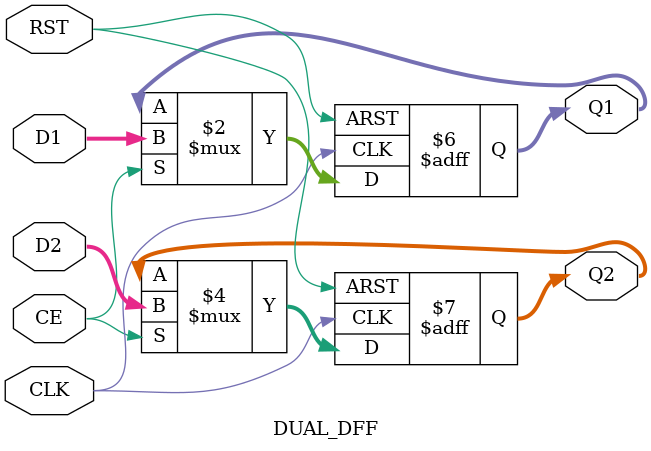
<source format=v>
module DUAL_DFF (
    CLK, RST, D1, D2, CE, Q1, Q2

);

input CLK;
input RST;
input [31:0] D1;
input [31:0] D2;
input CE;
output reg [31:0] Q1;
output reg [31:0] Q2;

always @ (posedge CLK or posedge RST)
    if (RST)
        {Q1, Q2} <= {32'b0, 32'b0};
    else
        if (CE)
            {Q1, Q2} <= {D1, D2};

endmodule

</source>
